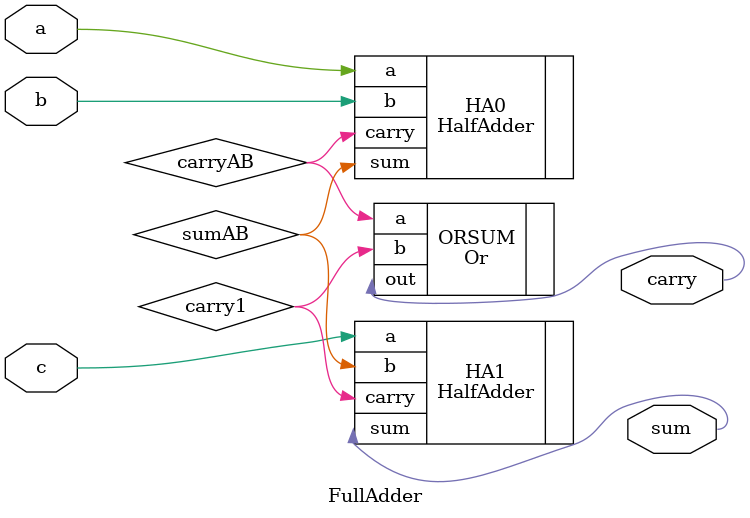
<source format=v>
/**
 * Computes the sum of two bits and an additional carry-in bits
 * using two half adders and an Or gate.
 */

`default_nettype none
module FullAdder(
	input a,		// 1-bit input
	input b,		// 1-bit input
	input c,		// 1-bit carry-in input
	output sum,		// Right bit of a + b + c
	output carry	// Left bit of a + b + c
);

    wire sumAB;
    wire carryAB;
    wire carry1;  // carry of HalfAdder 1

    HalfAdder HA0(.sum(sumAB),.carry(carryAB),.a(a),.b(b));
    HalfAdder HA1(.sum(sum),.carry(carry1),.a(c),.b(sumAB));
    Or ORSUM(.out(carry),.a(carryAB),.b(carry1));

endmodule


</source>
